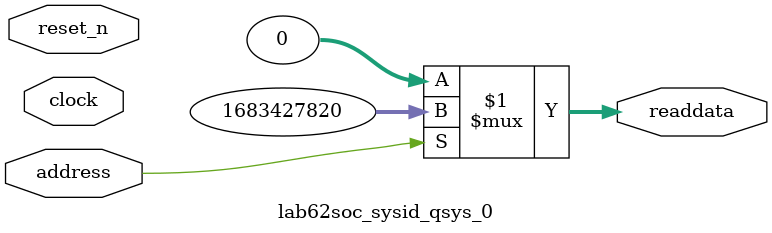
<source format=v>



// synthesis translate_off
`timescale 1ns / 1ps
// synthesis translate_on

// turn off superfluous verilog processor warnings 
// altera message_level Level1 
// altera message_off 10034 10035 10036 10037 10230 10240 10030 

module lab62soc_sysid_qsys_0 (
               // inputs:
                address,
                clock,
                reset_n,

               // outputs:
                readdata
             )
;

  output  [ 31: 0] readdata;
  input            address;
  input            clock;
  input            reset_n;

  wire    [ 31: 0] readdata;
  //control_slave, which is an e_avalon_slave
  assign readdata = address ? 1683427820 : 0;

endmodule



</source>
